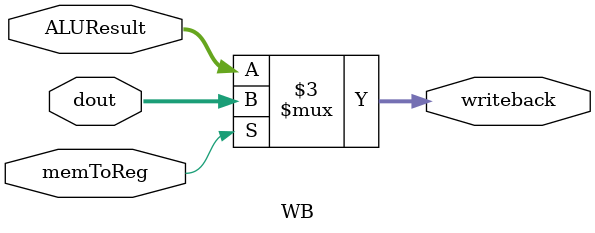
<source format=v>
`timescale 1ns / 1ps


module Decoder(
    input clk,
    input rst,
    input [31:0] PC,
    input [31:0] instruction, // ÊäÈëµÄ32Î»Ö¸ÁîµØÖ·
    input [31:0] dout,
    input [31:0] ALUResult,
    input memToReg,
    input regWrite,
    output [31:0] read_data1, // ¶Á³öµÄÊý¾Ý1
    output [31:0] read_data2, // ¶Á³öµÄÊý¾Ý2
    output wire [31:0] imm32,    // Á¢¼´Êý
    output wire [6:0] funct7,
    output wire [2:0] funct3
);

wire [6:0] opcode;
wire [4:0] rs1, rs2, rd;
wire [31:0] writeback;

assign opcode = instruction[6:0];
assign rd     = instruction[11:7];
assign funct3 = instruction[14:12];
assign rs1    = instruction[19:15];
assign rs2    = instruction[24:20];
assign funct7 = instruction[31:25];




ImmGen immgen(
     .PC(PC),
    .instruction(instruction),
    .immediate(imm32)
);

WB wb(
    .memToReg(memToReg),
    .ALUResult(ALUResult),
    .dout(dout),
    .writeback(writeback)
);

RegisterFile RF(
    .clk(clk),
    .rst(rst),
    .read_reg1(rs1),
    .read_reg2(rs2),
    .write_reg(rd),
    .write_data(writeback), // ÕâÀï½«Ð´Êý¾ÝÉèÖÃÎª0£¬ÐèÒª¸ù¾ÝALU»òÊý¾Ý´æ´¢µ¥ÔªµÄÊä³öÀ´¸üÐÂ
    .regWrite(regWrite),
    .read_data1(read_data1),
    .read_data2(read_data2)
);

endmodule

module ImmGen(
input [31:0] PC,/////////////////////////////ÐÞ¸Ä
input [31:0] instruction,
output reg [31:0] immediate
    );
    wire [6:0] opcode = instruction[6:0]; //ÌáÈ¡opcode
    
    always @(*) begin
        case(opcode)
            7'b0110011: begin//R
                immediate= 32'b0;
            end
            7'b0010011: begin//LogicI
                immediate=  {{20{instruction[31]}},instruction[31:20]};  
            end
            7'b0000011: begin//LoadI
                immediate=  {{20{instruction[31]}},instruction[31:20]};  
            end    
            7'b0100011: begin//S
                immediate= {{20{instruction[31]}},instruction[31:25],instruction[11:7]};
            end
            7'b1100011: begin//B
                immediate= {{20{instruction[31]}},instruction[7],instruction[30:25],instruction[11:8],1'b0};
            end
            7'b0110111: begin // lui
                immediate = {instruction[31:12], 12'b0};
            end
            7'b0010111: begin // luipc
                immediate = PC+{instruction[31:12], 12'b0};
            end
            7'b1101111: begin // J
                immediate = {{11{instruction[31]}}, instruction[31], instruction[19:12], instruction[20], instruction[30:21], 1'b0};
            end
            default: begin
                immediate = 32'b0;
            end
        endcase
    end
    
endmodule

module RegisterFile(
    input clk,
    input rst,
    input [4:0] read_reg1,     // ¶Á¼Ä´æÆ÷1µØÖ·
    input [4:0] read_reg2,     // ¶Á¼Ä´æÆ÷2µØÖ·
    input [4:0] write_reg,     // Ð´¼Ä´æÆ÷µØÖ·
    input [31:0] write_data,   // Ð´ÈëµÄÊý¾Ý
    input regWrite,            // Ð´Ê¹ÄÜÐÅºÅ
    output reg [31:0] read_data1,  // ¶Á³öµÄÊý¾Ý1
    output reg [31:0] read_data2  // ¶Á³öµÄÊý¾Ý2
   
);
  reg [31:0] registers[31:1] ;// ¼Ä´æÆ÷Êý×é£¬´Ó1µ½31£¨¼Ä´æÆ÷0ÓÀÔ¶Îª0£©

always @ (posedge rst or negedge clk) begin
    if(rst) begin
        registers[1]<=0;
        registers[2]<=0;
        registers[3]<=0;
        registers[4]<=0;
        registers[5]<=0;
        registers[6]<=0;
        registers[7]<=0;
        registers[8]<=0;
        registers[9]<=0;
        registers[10]<=0;
        registers[11]<=0;
        registers[12]<=0;
        registers[13]<=0;
        registers[14]<=0;
        registers[15]<=0;
        registers[16]<=0;
        registers[17]<=0;
        registers[18]<=0;
        registers[19]<=0;
        registers[20]<=0;
        registers[21]<=0;
        registers[22]<=0;
        registers[23]<=0;
        registers[24]<=0;
        registers[25]<=0;
        registers[26]<=0;
        registers[27]<=0;
        registers[28]<=0;
        registers[29]<=0;
        registers[30]<=0;
        registers[31]<=0;
    end
    else begin
            if (regWrite && (write_reg != 0)) begin
            registers[write_reg] <= write_data;
            end
        end
end


always @* begin
     read_data1 = (read_reg1 != 0) ? registers[read_reg1] : 0;
     read_data2 = (read_reg2 != 0) ? registers[read_reg2] : 0;
    
end



endmodule


module WB(
input memToReg,
input [31:0] ALUResult,
input [31:0] dout,
output reg [31:0] writeback
);

always @(*) begin
    
    if(memToReg)writeback=dout;
    else writeback=ALUResult;
end

endmodule

</source>
